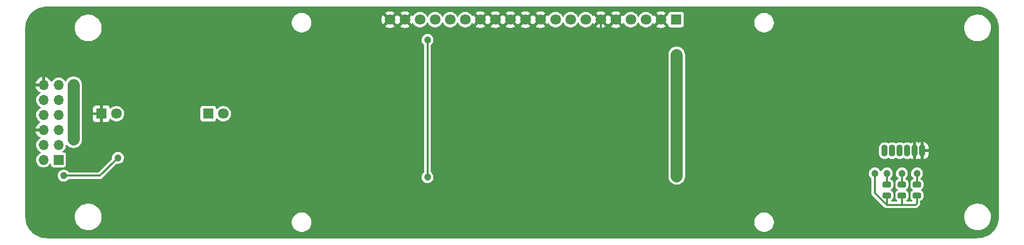
<source format=gbr>
G04 #@! TF.GenerationSoftware,KiCad,Pcbnew,(5.99.0-276-g47d7fea9b)*
G04 #@! TF.CreationDate,2019-10-29T18:49:48-07:00*
G04 #@! TF.ProjectId,frontpanel_pcb,66726f6e-7470-4616-9e65-6c5f7063622e,rev?*
G04 #@! TF.SameCoordinates,Original*
G04 #@! TF.FileFunction,Copper,L1,Top*
G04 #@! TF.FilePolarity,Positive*
%FSLAX46Y46*%
G04 Gerber Fmt 4.6, Leading zero omitted, Abs format (unit mm)*
G04 Created by KiCad (PCBNEW (5.99.0-276-g47d7fea9b)) date 2019-10-29 18:49:48*
%MOMM*%
%LPD*%
G04 APERTURE LIST*
%ADD10O,1.100000X2.000000*%
%ADD11C,1.800000*%
%ADD12R,1.800000X1.800000*%
%ADD13O,1.700000X1.700000*%
%ADD14R,1.700000X1.700000*%
%ADD15C,1.200000*%
%ADD16C,2.000000*%
%ADD17C,0.300000*%
G04 APERTURE END LIST*
D10*
X184330000Y-84780000D03*
X185600000Y-84780000D03*
X186870000Y-84780000D03*
X188140000Y-84780000D03*
X189410000Y-84780000D03*
X190680000Y-84780000D03*
D11*
X100870000Y-62600000D03*
X103410000Y-62600000D03*
X105950000Y-62600000D03*
X108490000Y-62600000D03*
X111030000Y-62600000D03*
X113570000Y-62600000D03*
X116110000Y-62600000D03*
X118650000Y-62600000D03*
X121190000Y-62600000D03*
X123730000Y-62600000D03*
X126270000Y-62600000D03*
X128810000Y-62600000D03*
X131350000Y-62600000D03*
X133890000Y-62600000D03*
X136430000Y-62600000D03*
X138970000Y-62600000D03*
X141510000Y-62600000D03*
X144050000Y-62600000D03*
X146590000Y-62600000D03*
D12*
X149130000Y-62600000D03*
G04 #@! TA.AperFunction,SMDPad,CuDef*
G36*
X190319529Y-91898554D02*
G01*
X190398607Y-91951393D01*
X190451446Y-92030471D01*
X190470000Y-92123750D01*
X190470000Y-92611250D01*
X190451446Y-92704529D01*
X190398607Y-92783607D01*
X190319529Y-92836446D01*
X190226250Y-92855000D01*
X189313750Y-92855000D01*
X189220471Y-92836446D01*
X189141393Y-92783607D01*
X189088554Y-92704529D01*
X189070000Y-92611250D01*
X189070000Y-92123750D01*
X189088554Y-92030471D01*
X189141393Y-91951393D01*
X189220471Y-91898554D01*
X189313750Y-91880000D01*
X190226250Y-91880000D01*
X190319529Y-91898554D01*
G37*
G04 #@! TD.AperFunction*
G04 #@! TA.AperFunction,SMDPad,CuDef*
G36*
X190319529Y-90023554D02*
G01*
X190398607Y-90076393D01*
X190451446Y-90155471D01*
X190470000Y-90248750D01*
X190470000Y-90736250D01*
X190451446Y-90829529D01*
X190398607Y-90908607D01*
X190319529Y-90961446D01*
X190226250Y-90980000D01*
X189313750Y-90980000D01*
X189220471Y-90961446D01*
X189141393Y-90908607D01*
X189088554Y-90829529D01*
X189070000Y-90736250D01*
X189070000Y-90248750D01*
X189088554Y-90155471D01*
X189141393Y-90076393D01*
X189220471Y-90023554D01*
X189313750Y-90005000D01*
X190226250Y-90005000D01*
X190319529Y-90023554D01*
G37*
G04 #@! TD.AperFunction*
G04 #@! TA.AperFunction,SMDPad,CuDef*
G36*
X187779529Y-91898554D02*
G01*
X187858607Y-91951393D01*
X187911446Y-92030471D01*
X187930000Y-92123750D01*
X187930000Y-92611250D01*
X187911446Y-92704529D01*
X187858607Y-92783607D01*
X187779529Y-92836446D01*
X187686250Y-92855000D01*
X186773750Y-92855000D01*
X186680471Y-92836446D01*
X186601393Y-92783607D01*
X186548554Y-92704529D01*
X186530000Y-92611250D01*
X186530000Y-92123750D01*
X186548554Y-92030471D01*
X186601393Y-91951393D01*
X186680471Y-91898554D01*
X186773750Y-91880000D01*
X187686250Y-91880000D01*
X187779529Y-91898554D01*
G37*
G04 #@! TD.AperFunction*
G04 #@! TA.AperFunction,SMDPad,CuDef*
G36*
X187779529Y-90023554D02*
G01*
X187858607Y-90076393D01*
X187911446Y-90155471D01*
X187930000Y-90248750D01*
X187930000Y-90736250D01*
X187911446Y-90829529D01*
X187858607Y-90908607D01*
X187779529Y-90961446D01*
X187686250Y-90980000D01*
X186773750Y-90980000D01*
X186680471Y-90961446D01*
X186601393Y-90908607D01*
X186548554Y-90829529D01*
X186530000Y-90736250D01*
X186530000Y-90248750D01*
X186548554Y-90155471D01*
X186601393Y-90076393D01*
X186680471Y-90023554D01*
X186773750Y-90005000D01*
X187686250Y-90005000D01*
X187779529Y-90023554D01*
G37*
G04 #@! TD.AperFunction*
G04 #@! TA.AperFunction,SMDPad,CuDef*
G36*
X185239529Y-90023554D02*
G01*
X185318607Y-90076393D01*
X185371446Y-90155471D01*
X185390000Y-90248750D01*
X185390000Y-90736250D01*
X185371446Y-90829529D01*
X185318607Y-90908607D01*
X185239529Y-90961446D01*
X185146250Y-90980000D01*
X184233750Y-90980000D01*
X184140471Y-90961446D01*
X184061393Y-90908607D01*
X184008554Y-90829529D01*
X183990000Y-90736250D01*
X183990000Y-90248750D01*
X184008554Y-90155471D01*
X184061393Y-90076393D01*
X184140471Y-90023554D01*
X184233750Y-90005000D01*
X185146250Y-90005000D01*
X185239529Y-90023554D01*
G37*
G04 #@! TD.AperFunction*
G04 #@! TA.AperFunction,SMDPad,CuDef*
G36*
X185239529Y-91898554D02*
G01*
X185318607Y-91951393D01*
X185371446Y-92030471D01*
X185390000Y-92123750D01*
X185390000Y-92611250D01*
X185371446Y-92704529D01*
X185318607Y-92783607D01*
X185239529Y-92836446D01*
X185146250Y-92855000D01*
X184233750Y-92855000D01*
X184140471Y-92836446D01*
X184061393Y-92783607D01*
X184008554Y-92704529D01*
X183990000Y-92611250D01*
X183990000Y-92123750D01*
X184008554Y-92030471D01*
X184061393Y-91951393D01*
X184140471Y-91898554D01*
X184233750Y-91880000D01*
X185146250Y-91880000D01*
X185239529Y-91898554D01*
G37*
G04 #@! TD.AperFunction*
D13*
X42450000Y-73650000D03*
X44990000Y-73650000D03*
X42450000Y-76190000D03*
X44990000Y-76190000D03*
X42450000Y-78730000D03*
X44990000Y-78730000D03*
X42450000Y-81270000D03*
X44990000Y-81270000D03*
X42450000Y-83810000D03*
X44990000Y-83810000D03*
X42450000Y-86350000D03*
D14*
X44990000Y-86350000D03*
D11*
X72770000Y-78530000D03*
D12*
X70230000Y-78530000D03*
D11*
X54770000Y-78530000D03*
D12*
X52230000Y-78530000D03*
D15*
X47530000Y-82921000D03*
X45879000Y-89017000D03*
X55000000Y-86000000D03*
X62008000Y-79111000D03*
X103410000Y-64760000D03*
X136430000Y-64633000D03*
X121190000Y-65141000D03*
X107220000Y-89271000D03*
X107220000Y-66030000D03*
X149257000Y-89144000D03*
X149257000Y-68570000D03*
X144050000Y-66030000D03*
X191421000Y-86858000D03*
X178213000Y-82159000D03*
X182658000Y-88636000D03*
X189770000Y-88636000D03*
X187230000Y-88636000D03*
X184690000Y-88636000D03*
X47530000Y-73650000D03*
D16*
X47530000Y-73650000D02*
X47530000Y-82921000D01*
D17*
X45879000Y-89017000D02*
X51983000Y-89017000D01*
X51983000Y-89017000D02*
X54400001Y-86599999D01*
X54400001Y-86599999D02*
X55000000Y-86000000D01*
X136430000Y-62600000D02*
X136430000Y-64633000D01*
X107220000Y-66030000D02*
X107220000Y-89271000D01*
D16*
X149257000Y-68570000D02*
X149257000Y-89144000D01*
D17*
X182658000Y-89484528D02*
X182658000Y-88636000D01*
X184690000Y-93970000D02*
X182658000Y-91938000D01*
X182658000Y-91938000D02*
X182658000Y-89484528D01*
X189770000Y-90492500D02*
X189770000Y-88636000D01*
X187230000Y-90492500D02*
X187230000Y-88636000D01*
X184690000Y-90492500D02*
X184690000Y-88636000D01*
X184690000Y-93970000D02*
X187230000Y-93970000D01*
X184690000Y-92367500D02*
X184690000Y-93970000D01*
X187230000Y-93970000D02*
X189516000Y-93970000D01*
X187230000Y-92855000D02*
X187230000Y-93970000D01*
X187230000Y-92367500D02*
X187230000Y-92855000D01*
X189516000Y-93970000D02*
X189770000Y-93716000D01*
X189770000Y-93716000D02*
X189770000Y-92367500D01*
G36*
X199980787Y-60385789D02*
G01*
X200358872Y-60404612D01*
X200714183Y-60458031D01*
X201062442Y-60546478D01*
X201400199Y-60669077D01*
X201724097Y-60824612D01*
X202030946Y-61011546D01*
X202317721Y-61228038D01*
X202581574Y-61471943D01*
X202819890Y-61740835D01*
X203030332Y-62032085D01*
X203210797Y-62342779D01*
X203359517Y-62669872D01*
X203475015Y-63010120D01*
X203556148Y-63360148D01*
X203602375Y-63718525D01*
X203614029Y-64015161D01*
X203619001Y-64039167D01*
X203619000Y-95945830D01*
X203614211Y-95980787D01*
X203595388Y-96358872D01*
X203541968Y-96714184D01*
X203453524Y-97062440D01*
X203330928Y-97400186D01*
X203175388Y-97724098D01*
X202988449Y-98030956D01*
X202771964Y-98317720D01*
X202528057Y-98581574D01*
X202259160Y-98819893D01*
X201967919Y-99030329D01*
X201657222Y-99210797D01*
X201330126Y-99359518D01*
X200989882Y-99475015D01*
X200639851Y-99556148D01*
X200281477Y-99602375D01*
X199984837Y-99614029D01*
X199960836Y-99619000D01*
X43054170Y-99619000D01*
X43019213Y-99614211D01*
X42641128Y-99595388D01*
X42285816Y-99541968D01*
X41937560Y-99453524D01*
X41599814Y-99330928D01*
X41275902Y-99175388D01*
X40969044Y-98988449D01*
X40682280Y-98771964D01*
X40418426Y-98528057D01*
X40180107Y-98259160D01*
X39969671Y-97967919D01*
X39789203Y-97657222D01*
X39640482Y-97330126D01*
X39524985Y-96989882D01*
X39443852Y-96639851D01*
X39397625Y-96281477D01*
X39385971Y-95984837D01*
X39381000Y-95960836D01*
X39381000Y-95944909D01*
X47745638Y-95944909D01*
X47758155Y-96243543D01*
X47810057Y-96537901D01*
X47900436Y-96822809D01*
X48027701Y-97093262D01*
X48189618Y-97344508D01*
X48383341Y-97572132D01*
X48605466Y-97772135D01*
X48852095Y-97941003D01*
X49118888Y-98075771D01*
X49401159Y-98174068D01*
X49693960Y-98234172D01*
X49992128Y-98255021D01*
X50290441Y-98236253D01*
X50583641Y-98178198D01*
X50866604Y-98081869D01*
X51134328Y-97948970D01*
X51382124Y-97781830D01*
X51605645Y-97583379D01*
X51800950Y-97357115D01*
X51964620Y-97107002D01*
X52093768Y-96837448D01*
X52115636Y-96770145D01*
X84350000Y-96770145D01*
X84350000Y-97029855D01*
X84390630Y-97286377D01*
X84470885Y-97533381D01*
X84588794Y-97764787D01*
X84741452Y-97974904D01*
X84925096Y-98158548D01*
X85135213Y-98311206D01*
X85366619Y-98429115D01*
X85613623Y-98509370D01*
X85870145Y-98550000D01*
X86129855Y-98550000D01*
X86386377Y-98509370D01*
X86633381Y-98429115D01*
X86864787Y-98311206D01*
X87074904Y-98158548D01*
X87258548Y-97974904D01*
X87411206Y-97764787D01*
X87529115Y-97533381D01*
X87609370Y-97286377D01*
X87650000Y-97029855D01*
X87650000Y-96770145D01*
X162350000Y-96770145D01*
X162350000Y-97029855D01*
X162390630Y-97286377D01*
X162470885Y-97533381D01*
X162588794Y-97764787D01*
X162741452Y-97974904D01*
X162925096Y-98158548D01*
X163135213Y-98311206D01*
X163366619Y-98429115D01*
X163613623Y-98509370D01*
X163870145Y-98550000D01*
X164129855Y-98550000D01*
X164386377Y-98509370D01*
X164633381Y-98429115D01*
X164864787Y-98311206D01*
X165074904Y-98158548D01*
X165258548Y-97974904D01*
X165411206Y-97764787D01*
X165529115Y-97533381D01*
X165609370Y-97286377D01*
X165650000Y-97029855D01*
X165650000Y-96770145D01*
X165609370Y-96513623D01*
X165529115Y-96266619D01*
X165411206Y-96035213D01*
X165345597Y-95944909D01*
X197745638Y-95944909D01*
X197758155Y-96243543D01*
X197810057Y-96537901D01*
X197900436Y-96822809D01*
X198027701Y-97093262D01*
X198189618Y-97344508D01*
X198383341Y-97572132D01*
X198605466Y-97772135D01*
X198852095Y-97941003D01*
X199118888Y-98075771D01*
X199401159Y-98174068D01*
X199693960Y-98234172D01*
X199992128Y-98255021D01*
X200290441Y-98236253D01*
X200583641Y-98178198D01*
X200866604Y-98081869D01*
X201134328Y-97948970D01*
X201382124Y-97781830D01*
X201605645Y-97583379D01*
X201800950Y-97357115D01*
X201964620Y-97107002D01*
X202093768Y-96837448D01*
X202186133Y-96553177D01*
X202240089Y-96259191D01*
X202250077Y-95850546D01*
X202210546Y-95554273D01*
X202132180Y-95265838D01*
X202016349Y-94990288D01*
X201865094Y-94732478D01*
X201681075Y-94496946D01*
X201467519Y-94287816D01*
X201228180Y-94108769D01*
X200967269Y-93962950D01*
X200689350Y-93852914D01*
X200399330Y-93780604D01*
X200102296Y-93747285D01*
X199803463Y-93753546D01*
X199508079Y-93799274D01*
X199221339Y-93883665D01*
X198948281Y-94005239D01*
X198693702Y-94161857D01*
X198462066Y-94350774D01*
X198257461Y-94568658D01*
X198083461Y-94811697D01*
X197943138Y-95075608D01*
X197838948Y-95355764D01*
X197772728Y-95647232D01*
X197745638Y-95944909D01*
X165345597Y-95944909D01*
X165258548Y-95825096D01*
X165074904Y-95641452D01*
X164864787Y-95488794D01*
X164633381Y-95370885D01*
X164386377Y-95290630D01*
X164129855Y-95250000D01*
X163870145Y-95250000D01*
X163613623Y-95290630D01*
X163366619Y-95370885D01*
X163135213Y-95488794D01*
X162925096Y-95641452D01*
X162741452Y-95825096D01*
X162588794Y-96035213D01*
X162470885Y-96266619D01*
X162390630Y-96513623D01*
X162350000Y-96770145D01*
X87650000Y-96770145D01*
X87609370Y-96513623D01*
X87529115Y-96266619D01*
X87411206Y-96035213D01*
X87258548Y-95825096D01*
X87074904Y-95641452D01*
X86864787Y-95488794D01*
X86633381Y-95370885D01*
X86386377Y-95290630D01*
X86129855Y-95250000D01*
X85870145Y-95250000D01*
X85613623Y-95290630D01*
X85366619Y-95370885D01*
X85135213Y-95488794D01*
X84925096Y-95641452D01*
X84741452Y-95825096D01*
X84588794Y-96035213D01*
X84470885Y-96266619D01*
X84390630Y-96513623D01*
X84350000Y-96770145D01*
X52115636Y-96770145D01*
X52186133Y-96553177D01*
X52240089Y-96259191D01*
X52250077Y-95850546D01*
X52210546Y-95554273D01*
X52132180Y-95265838D01*
X52016349Y-94990288D01*
X51865094Y-94732478D01*
X51681075Y-94496946D01*
X51467519Y-94287816D01*
X51228180Y-94108769D01*
X50967269Y-93962950D01*
X50689350Y-93852914D01*
X50399330Y-93780604D01*
X50102296Y-93747285D01*
X49803463Y-93753546D01*
X49508079Y-93799274D01*
X49221339Y-93883665D01*
X48948281Y-94005239D01*
X48693702Y-94161857D01*
X48462066Y-94350774D01*
X48257461Y-94568658D01*
X48083461Y-94811697D01*
X47943138Y-95075608D01*
X47838948Y-95355764D01*
X47772728Y-95647232D01*
X47745638Y-95944909D01*
X39381000Y-95944909D01*
X39381000Y-89127541D01*
X44877739Y-89127541D01*
X44933008Y-89363183D01*
X45042893Y-89578841D01*
X45201045Y-89762063D01*
X45398336Y-89902270D01*
X45623381Y-89991372D01*
X45863174Y-90024220D01*
X46103892Y-89998920D01*
X46331620Y-89916932D01*
X46533217Y-89782991D01*
X46731830Y-89567000D01*
X51924288Y-89567000D01*
X51956734Y-89573985D01*
X52015749Y-89567000D01*
X52028690Y-89567000D01*
X52060549Y-89561697D01*
X52138567Y-89552464D01*
X52147396Y-89547243D01*
X52163617Y-89544543D01*
X52324760Y-89457594D01*
X52380234Y-89397583D01*
X54796330Y-86981488D01*
X54984174Y-87007220D01*
X55224892Y-86981920D01*
X55452620Y-86899932D01*
X55654217Y-86765991D01*
X55818047Y-86587827D01*
X55934650Y-86375727D01*
X55997294Y-86141936D01*
X56000048Y-85878980D01*
X55942314Y-85643928D01*
X55830180Y-85429435D01*
X55670115Y-85247878D01*
X55471369Y-85109746D01*
X55245401Y-85023005D01*
X55005276Y-84992670D01*
X54764838Y-85020490D01*
X54537982Y-85104857D01*
X54337797Y-85240901D01*
X54175841Y-85420772D01*
X54061466Y-85634081D01*
X54001274Y-85868514D01*
X53998739Y-86110543D01*
X54020188Y-86201994D01*
X51755183Y-88467000D01*
X46727310Y-88467000D01*
X46549115Y-88264878D01*
X46350369Y-88126746D01*
X46124401Y-88040005D01*
X45884276Y-88009670D01*
X45643838Y-88037490D01*
X45416982Y-88121857D01*
X45216797Y-88257901D01*
X45054841Y-88437772D01*
X44940466Y-88651081D01*
X44880274Y-88885514D01*
X44877739Y-89127541D01*
X39381000Y-89127541D01*
X39381000Y-73900000D01*
X41123256Y-73900000D01*
X41141019Y-74000738D01*
X41221811Y-74222712D01*
X41339922Y-74427287D01*
X41491760Y-74608240D01*
X41672715Y-74760080D01*
X42037935Y-74970937D01*
X41685973Y-75194300D01*
X41521727Y-75345333D01*
X41386817Y-75523069D01*
X41285518Y-75721880D01*
X41221024Y-75935492D01*
X41195378Y-76157149D01*
X41209389Y-76379840D01*
X41262614Y-76596531D01*
X41353370Y-76800376D01*
X41478792Y-76984928D01*
X41634908Y-77144348D01*
X41816793Y-77273606D01*
X42012707Y-77365796D01*
X42007613Y-77560364D01*
X41874373Y-77614738D01*
X41685973Y-77734301D01*
X41521727Y-77885333D01*
X41386817Y-78063069D01*
X41285518Y-78261880D01*
X41221024Y-78475492D01*
X41195378Y-78697149D01*
X41209389Y-78919840D01*
X41262614Y-79136531D01*
X41353370Y-79340376D01*
X41478792Y-79524928D01*
X41634908Y-79684348D01*
X41816789Y-79813603D01*
X41891654Y-79848824D01*
X41899219Y-80029149D01*
X41672713Y-80159922D01*
X41491760Y-80311760D01*
X41339922Y-80492713D01*
X41221811Y-80697288D01*
X41141019Y-80919262D01*
X41123256Y-81020000D01*
X42700000Y-81020000D01*
X42700000Y-81520000D01*
X41123256Y-81520000D01*
X41141019Y-81620738D01*
X41221811Y-81842712D01*
X41339922Y-82047287D01*
X41491760Y-82228240D01*
X41672715Y-82380080D01*
X42037935Y-82590937D01*
X41685973Y-82814300D01*
X41521727Y-82965333D01*
X41386817Y-83143069D01*
X41285518Y-83341880D01*
X41221024Y-83555492D01*
X41195378Y-83777149D01*
X41209389Y-83999840D01*
X41262614Y-84216531D01*
X41353370Y-84420376D01*
X41478792Y-84604928D01*
X41634908Y-84764348D01*
X41816793Y-84893606D01*
X42012707Y-84985796D01*
X42007613Y-85180364D01*
X41874373Y-85234738D01*
X41685973Y-85354301D01*
X41521727Y-85505333D01*
X41386817Y-85683069D01*
X41285518Y-85881880D01*
X41221024Y-86095492D01*
X41195378Y-86317149D01*
X41209389Y-86539840D01*
X41262614Y-86756531D01*
X41353370Y-86960376D01*
X41478792Y-87144928D01*
X41634908Y-87304348D01*
X41816792Y-87433605D01*
X42018690Y-87528612D01*
X42234223Y-87586364D01*
X42456567Y-87605035D01*
X42678718Y-87584035D01*
X42893626Y-87524032D01*
X43094525Y-87426914D01*
X43275040Y-87295761D01*
X43429478Y-87134715D01*
X43520295Y-86998024D01*
X43732164Y-87061991D01*
X43732164Y-87199999D01*
X43763209Y-87356072D01*
X43851616Y-87488384D01*
X43983928Y-87576791D01*
X44140001Y-87607836D01*
X45839999Y-87607836D01*
X45996072Y-87576791D01*
X46128384Y-87488384D01*
X46216791Y-87356072D01*
X46247836Y-87199999D01*
X46247836Y-85500001D01*
X46216791Y-85343928D01*
X46128384Y-85211616D01*
X45996072Y-85123209D01*
X45839999Y-85092164D01*
X45702341Y-85092164D01*
X45635436Y-84886252D01*
X45815040Y-84755761D01*
X45969481Y-84594712D01*
X46092961Y-84408859D01*
X46181578Y-84204078D01*
X46232531Y-83986840D01*
X46235946Y-83856399D01*
X46425415Y-83786500D01*
X46588058Y-83967134D01*
X46826145Y-84140112D01*
X47094994Y-84259813D01*
X47382855Y-84320999D01*
X47677146Y-84320999D01*
X47965007Y-84259813D01*
X48233855Y-84140112D01*
X48471943Y-83967134D01*
X48668862Y-83748432D01*
X48816010Y-83493565D01*
X48906949Y-83213683D01*
X48930000Y-82994363D01*
X48930000Y-78780000D01*
X50822287Y-78780000D01*
X50822287Y-79430000D01*
X50890308Y-79683857D01*
X51003648Y-79818932D01*
X51156352Y-79907094D01*
X51329998Y-79937713D01*
X51980000Y-79937713D01*
X51980000Y-78780000D01*
X50822287Y-78780000D01*
X48930000Y-78780000D01*
X48930000Y-77629998D01*
X50822287Y-77629998D01*
X50822287Y-78280000D01*
X51980000Y-78280000D01*
X51980000Y-77122287D01*
X52480000Y-77122287D01*
X52480000Y-79937713D01*
X53130000Y-79937713D01*
X53383857Y-79869692D01*
X53518932Y-79756352D01*
X53607094Y-79603649D01*
X53661225Y-79296656D01*
X54021503Y-79598965D01*
X54218500Y-79712701D01*
X54432251Y-79790500D01*
X54656263Y-79829999D01*
X54883737Y-79829999D01*
X55107749Y-79790500D01*
X55321500Y-79712701D01*
X55518497Y-79598965D01*
X55692750Y-79452750D01*
X55838965Y-79278497D01*
X55952701Y-79081500D01*
X56030500Y-78867749D01*
X56069999Y-78643737D01*
X56069999Y-78416263D01*
X56030500Y-78192251D01*
X55952701Y-77978500D01*
X55838965Y-77781503D01*
X55711841Y-77630001D01*
X68922164Y-77630001D01*
X68922164Y-79429999D01*
X68953209Y-79586072D01*
X69041616Y-79718384D01*
X69173928Y-79806791D01*
X69330001Y-79837836D01*
X71129999Y-79837836D01*
X71286072Y-79806791D01*
X71418384Y-79718384D01*
X71506791Y-79586072D01*
X71551165Y-79362993D01*
X71732862Y-79316426D01*
X71847251Y-79452750D01*
X72021503Y-79598965D01*
X72218500Y-79712701D01*
X72432251Y-79790500D01*
X72656263Y-79829999D01*
X72883737Y-79829999D01*
X73107749Y-79790500D01*
X73321500Y-79712701D01*
X73518497Y-79598965D01*
X73692750Y-79452750D01*
X73838965Y-79278497D01*
X73952701Y-79081500D01*
X74030500Y-78867749D01*
X74069999Y-78643737D01*
X74069999Y-78416263D01*
X74030500Y-78192251D01*
X73952701Y-77978500D01*
X73838965Y-77781503D01*
X73692750Y-77607250D01*
X73518497Y-77461035D01*
X73321500Y-77347299D01*
X73107749Y-77269500D01*
X72883737Y-77230001D01*
X72656263Y-77230001D01*
X72432251Y-77269500D01*
X72218500Y-77347299D01*
X72021503Y-77461035D01*
X71847251Y-77607250D01*
X71732862Y-77743574D01*
X71551165Y-77697007D01*
X71506791Y-77473928D01*
X71418384Y-77341616D01*
X71286072Y-77253209D01*
X71129999Y-77222164D01*
X69330001Y-77222164D01*
X69173928Y-77253209D01*
X69041616Y-77341616D01*
X68953209Y-77473928D01*
X68922164Y-77630001D01*
X55711841Y-77630001D01*
X55692750Y-77607250D01*
X55518497Y-77461035D01*
X55321500Y-77347299D01*
X55107749Y-77269500D01*
X54883737Y-77230001D01*
X54656263Y-77230001D01*
X54432251Y-77269500D01*
X54218500Y-77347299D01*
X54021503Y-77461035D01*
X53671199Y-77754975D01*
X53569692Y-77376144D01*
X53456352Y-77241070D01*
X53303647Y-77152906D01*
X53130002Y-77122287D01*
X52480000Y-77122287D01*
X51980000Y-77122287D01*
X51330000Y-77122287D01*
X51076144Y-77190308D01*
X50941070Y-77303648D01*
X50852906Y-77456353D01*
X50822287Y-77629998D01*
X48930000Y-77629998D01*
X48930000Y-73576637D01*
X48906949Y-73357317D01*
X48816010Y-73077435D01*
X48668861Y-72822567D01*
X48471943Y-72603868D01*
X48233852Y-72430886D01*
X47965006Y-72311187D01*
X47677145Y-72250001D01*
X47382854Y-72250001D01*
X47094993Y-72311187D01*
X46826145Y-72430888D01*
X46588057Y-72603866D01*
X46391138Y-72822569D01*
X46174697Y-73197455D01*
X46009206Y-72917624D01*
X45863408Y-72748715D01*
X45689998Y-72608290D01*
X45494462Y-72500795D01*
X45282991Y-72429626D01*
X45062241Y-72397029D01*
X44839224Y-72404037D01*
X44620965Y-72450430D01*
X44414371Y-72534740D01*
X44225973Y-72654301D01*
X44061727Y-72805333D01*
X43926817Y-72983069D01*
X43869101Y-73096344D01*
X43691870Y-73100984D01*
X43560080Y-72872715D01*
X43408240Y-72691760D01*
X43227287Y-72539922D01*
X43022712Y-72421811D01*
X42800738Y-72341019D01*
X42700000Y-72323256D01*
X42700000Y-73900000D01*
X41123256Y-73900000D01*
X39381000Y-73900000D01*
X39381000Y-73400000D01*
X41123256Y-73400000D01*
X42200000Y-73400000D01*
X42200000Y-72323256D01*
X42099262Y-72341019D01*
X41877288Y-72421811D01*
X41672713Y-72539922D01*
X41491760Y-72691760D01*
X41339922Y-72872713D01*
X41221811Y-73077288D01*
X41141019Y-73299262D01*
X41123256Y-73400000D01*
X39381000Y-73400000D01*
X39381000Y-64054170D01*
X39385789Y-64019213D01*
X39389488Y-63944909D01*
X47745638Y-63944909D01*
X47758155Y-64243543D01*
X47810057Y-64537901D01*
X47900436Y-64822809D01*
X48027701Y-65093262D01*
X48189618Y-65344508D01*
X48383341Y-65572132D01*
X48605466Y-65772135D01*
X48852095Y-65941003D01*
X49118888Y-66075771D01*
X49401159Y-66174068D01*
X49693960Y-66234172D01*
X49992128Y-66255021D01*
X50290441Y-66236253D01*
X50583641Y-66178198D01*
X50694257Y-66140541D01*
X106218739Y-66140541D01*
X106274008Y-66376183D01*
X106383893Y-66591841D01*
X106542045Y-66775063D01*
X106670000Y-66865995D01*
X106670001Y-88435650D01*
X106557797Y-88511903D01*
X106395841Y-88691772D01*
X106281466Y-88905081D01*
X106221274Y-89139514D01*
X106218739Y-89381541D01*
X106274008Y-89617183D01*
X106383893Y-89832841D01*
X106542045Y-90016063D01*
X106739336Y-90156270D01*
X106964381Y-90245372D01*
X107204174Y-90278220D01*
X107444892Y-90252920D01*
X107672620Y-90170932D01*
X107874217Y-90036991D01*
X108038047Y-89858827D01*
X108154650Y-89646727D01*
X108217294Y-89412936D01*
X108220048Y-89149980D01*
X108162314Y-88914928D01*
X108050180Y-88700435D01*
X107890115Y-88518878D01*
X107770000Y-88435396D01*
X107770000Y-68496638D01*
X147857000Y-68496638D01*
X147857001Y-89217363D01*
X147880052Y-89436683D01*
X147970991Y-89716565D01*
X148118139Y-89971432D01*
X148315058Y-90190134D01*
X148553145Y-90363112D01*
X148821994Y-90482813D01*
X149109855Y-90543999D01*
X149404146Y-90543999D01*
X149692007Y-90482813D01*
X149960855Y-90363112D01*
X150198943Y-90190134D01*
X150395862Y-89971432D01*
X150543010Y-89716565D01*
X150633949Y-89436683D01*
X150657000Y-89217363D01*
X150657000Y-88746541D01*
X181656739Y-88746541D01*
X181712008Y-88982183D01*
X181821893Y-89197841D01*
X181980045Y-89381063D01*
X182108001Y-89471996D01*
X182108000Y-91879288D01*
X182101015Y-91911734D01*
X182108000Y-91970749D01*
X182108000Y-91983690D01*
X182113300Y-92015532D01*
X182122536Y-92093567D01*
X182127757Y-92102396D01*
X182130457Y-92118617D01*
X182217405Y-92279759D01*
X182277419Y-92335235D01*
X184244094Y-94301912D01*
X184249408Y-94311760D01*
X184265608Y-94326735D01*
X184277579Y-94345275D01*
X184324249Y-94382067D01*
X184333399Y-94391217D01*
X184342048Y-94397397D01*
X184383863Y-94436051D01*
X184404042Y-94444972D01*
X184421372Y-94458634D01*
X184431311Y-94461186D01*
X184444686Y-94470743D01*
X184499249Y-94487062D01*
X184551330Y-94510087D01*
X184586396Y-94513124D01*
X184620114Y-94523207D01*
X184677009Y-94520972D01*
X184733750Y-94525886D01*
X184757448Y-94520000D01*
X187205791Y-94520000D01*
X187273750Y-94525886D01*
X187297448Y-94520000D01*
X189457288Y-94520000D01*
X189489734Y-94526985D01*
X189548749Y-94520000D01*
X189561690Y-94520000D01*
X189593549Y-94514697D01*
X189671567Y-94505464D01*
X189680396Y-94500243D01*
X189696617Y-94497543D01*
X189857759Y-94410595D01*
X189913236Y-94350580D01*
X190117387Y-94146430D01*
X190145274Y-94128423D01*
X190182074Y-94081742D01*
X190191218Y-94072598D01*
X190209977Y-94046349D01*
X190258635Y-93984626D01*
X190261187Y-93974688D01*
X190270743Y-93961315D01*
X190323207Y-93785887D01*
X190320000Y-93704261D01*
X190320000Y-93241259D01*
X190461341Y-93214516D01*
X190629401Y-93117486D01*
X190761397Y-92975229D01*
X190845595Y-92800390D01*
X190874518Y-92608496D01*
X190874518Y-92126501D01*
X190829516Y-91888659D01*
X190732486Y-91720599D01*
X190590230Y-91588604D01*
X190457842Y-91524850D01*
X190451128Y-91345413D01*
X190629401Y-91242487D01*
X190761397Y-91100229D01*
X190845595Y-90925390D01*
X190874518Y-90733496D01*
X190874518Y-90251501D01*
X190829516Y-90013659D01*
X190732486Y-89845599D01*
X190590230Y-89713604D01*
X190276571Y-89562555D01*
X190588047Y-89223827D01*
X190704650Y-89011727D01*
X190767294Y-88777936D01*
X190770048Y-88514980D01*
X190712314Y-88279928D01*
X190600180Y-88065435D01*
X190440115Y-87883878D01*
X190241369Y-87745746D01*
X190015401Y-87659005D01*
X189775276Y-87628670D01*
X189534838Y-87656490D01*
X189307982Y-87740857D01*
X189107797Y-87876901D01*
X188945841Y-88056772D01*
X188831466Y-88270081D01*
X188771274Y-88504514D01*
X188768739Y-88746541D01*
X188824008Y-88982183D01*
X188933893Y-89197841D01*
X189092044Y-89381062D01*
X189291342Y-89522692D01*
X188910599Y-89742514D01*
X188778603Y-89884771D01*
X188694405Y-90059610D01*
X188665482Y-90251504D01*
X188665482Y-90733499D01*
X188710484Y-90971341D01*
X188807514Y-91139401D01*
X188949770Y-91271396D01*
X189082158Y-91335150D01*
X189088872Y-91514587D01*
X188910599Y-91617513D01*
X188778603Y-91759771D01*
X188694405Y-91934610D01*
X188665482Y-92126504D01*
X188665482Y-92608499D01*
X188710484Y-92846341D01*
X188807514Y-93014401D01*
X188949767Y-93146392D01*
X189036806Y-93188300D01*
X188983931Y-93420000D01*
X188007176Y-93420000D01*
X187947994Y-93199128D01*
X188089401Y-93117487D01*
X188221397Y-92975229D01*
X188305595Y-92800390D01*
X188334518Y-92608496D01*
X188334518Y-92126501D01*
X188289516Y-91888659D01*
X188192486Y-91720599D01*
X188050230Y-91588604D01*
X187917842Y-91524850D01*
X187911128Y-91345413D01*
X188089401Y-91242487D01*
X188221397Y-91100229D01*
X188305595Y-90925390D01*
X188334518Y-90733496D01*
X188334518Y-90251501D01*
X188289516Y-90013659D01*
X188192486Y-89845599D01*
X188050230Y-89713604D01*
X187736571Y-89562555D01*
X188048047Y-89223827D01*
X188164650Y-89011727D01*
X188227294Y-88777936D01*
X188230048Y-88514980D01*
X188172314Y-88279928D01*
X188060180Y-88065435D01*
X187900115Y-87883878D01*
X187701369Y-87745746D01*
X187475401Y-87659005D01*
X187235276Y-87628670D01*
X186994838Y-87656490D01*
X186767982Y-87740857D01*
X186567797Y-87876901D01*
X186405841Y-88056772D01*
X186291466Y-88270081D01*
X186231274Y-88504514D01*
X186228739Y-88746541D01*
X186284008Y-88982183D01*
X186393893Y-89197841D01*
X186552044Y-89381062D01*
X186751342Y-89522692D01*
X186370599Y-89742514D01*
X186238603Y-89884771D01*
X186154405Y-90059610D01*
X186125482Y-90251504D01*
X186125482Y-90733499D01*
X186170484Y-90971341D01*
X186267514Y-91139401D01*
X186409770Y-91271396D01*
X186542158Y-91335150D01*
X186548872Y-91514587D01*
X186370599Y-91617513D01*
X186238603Y-91759771D01*
X186154405Y-91934610D01*
X186125482Y-92126504D01*
X186125482Y-92608499D01*
X186170484Y-92846341D01*
X186267514Y-93014401D01*
X186409767Y-93146392D01*
X186496806Y-93188300D01*
X186443931Y-93420000D01*
X185467176Y-93420000D01*
X185407994Y-93199128D01*
X185549401Y-93117487D01*
X185681397Y-92975229D01*
X185765595Y-92800390D01*
X185794518Y-92608496D01*
X185794518Y-92126501D01*
X185749516Y-91888659D01*
X185652486Y-91720599D01*
X185510230Y-91588604D01*
X185377842Y-91524850D01*
X185371128Y-91345413D01*
X185549401Y-91242487D01*
X185681397Y-91100229D01*
X185765595Y-90925390D01*
X185794518Y-90733496D01*
X185794518Y-90251501D01*
X185749516Y-90013659D01*
X185652486Y-89845599D01*
X185510230Y-89713604D01*
X185196571Y-89562555D01*
X185508047Y-89223827D01*
X185624650Y-89011727D01*
X185687294Y-88777936D01*
X185690048Y-88514980D01*
X185632314Y-88279928D01*
X185520180Y-88065435D01*
X185360115Y-87883878D01*
X185161369Y-87745746D01*
X184935401Y-87659005D01*
X184695276Y-87628670D01*
X184454838Y-87656490D01*
X184227982Y-87740857D01*
X184027797Y-87876901D01*
X183865841Y-88056772D01*
X183762918Y-88248724D01*
X183583510Y-88247784D01*
X183488180Y-88065435D01*
X183328115Y-87883878D01*
X183129369Y-87745746D01*
X182903401Y-87659005D01*
X182663276Y-87628670D01*
X182422838Y-87656490D01*
X182195982Y-87740857D01*
X181995797Y-87876901D01*
X181833841Y-88056772D01*
X181719466Y-88270081D01*
X181659274Y-88504514D01*
X181656739Y-88746541D01*
X150657000Y-88746541D01*
X150657000Y-84298355D01*
X183380000Y-84298355D01*
X183380000Y-85278231D01*
X183394605Y-85422007D01*
X183452320Y-85606174D01*
X183545887Y-85774975D01*
X183671482Y-85921509D01*
X183823986Y-86039802D01*
X183997148Y-86125010D01*
X184183915Y-86173658D01*
X184376646Y-86183759D01*
X184567476Y-86154899D01*
X184748600Y-86088258D01*
X184975270Y-85947717D01*
X185093983Y-86039800D01*
X185267148Y-86125010D01*
X185453915Y-86173658D01*
X185646646Y-86183759D01*
X185837476Y-86154899D01*
X186018600Y-86088258D01*
X186245270Y-85947717D01*
X186363983Y-86039800D01*
X186537148Y-86125010D01*
X186723915Y-86173658D01*
X186916646Y-86183759D01*
X187107476Y-86154899D01*
X187288600Y-86088258D01*
X187515270Y-85947717D01*
X187633983Y-86039800D01*
X187807148Y-86125010D01*
X187993915Y-86173658D01*
X188186646Y-86183759D01*
X188377474Y-86154899D01*
X188558603Y-86088257D01*
X188696659Y-86002659D01*
X188820008Y-86104700D01*
X189001144Y-86202640D01*
X189160000Y-86251814D01*
X189160000Y-86251000D01*
X189660000Y-86251000D01*
X189805242Y-86208252D01*
X190047392Y-86081659D01*
X190271141Y-86202639D01*
X190430000Y-86251814D01*
X190430000Y-85030000D01*
X190930000Y-85030000D01*
X190930000Y-86251000D01*
X191075243Y-86208252D01*
X191257719Y-86112856D01*
X191418203Y-85983824D01*
X191550561Y-85826086D01*
X191649762Y-85645638D01*
X191712024Y-85449366D01*
X191730000Y-85278331D01*
X191730000Y-85030000D01*
X190930000Y-85030000D01*
X190430000Y-85030000D01*
X190430000Y-84530000D01*
X190930000Y-84530000D01*
X191730000Y-84530000D01*
X191730000Y-84278193D01*
X191714986Y-84125068D01*
X191655468Y-83927936D01*
X191558800Y-83746129D01*
X191428653Y-83586553D01*
X191269995Y-83455300D01*
X191088858Y-83357361D01*
X190930000Y-83308186D01*
X190930000Y-84530000D01*
X190430000Y-84530000D01*
X190430000Y-83309000D01*
X190284757Y-83351748D01*
X190042608Y-83478340D01*
X189818858Y-83357361D01*
X189660000Y-83308186D01*
X189660000Y-86251000D01*
X189160000Y-86251000D01*
X189160000Y-83309000D01*
X189014757Y-83351748D01*
X188832277Y-83447146D01*
X188705198Y-83549321D01*
X188472850Y-83434990D01*
X188286085Y-83386342D01*
X188093354Y-83376241D01*
X187902524Y-83405101D01*
X187721400Y-83471742D01*
X187494730Y-83612283D01*
X187376017Y-83520200D01*
X187202852Y-83434990D01*
X187016085Y-83386342D01*
X186823354Y-83376241D01*
X186632524Y-83405101D01*
X186451400Y-83471742D01*
X186224730Y-83612283D01*
X186106017Y-83520200D01*
X185932852Y-83434990D01*
X185746085Y-83386342D01*
X185553354Y-83376241D01*
X185362524Y-83405101D01*
X185181400Y-83471742D01*
X184954730Y-83612283D01*
X184836017Y-83520200D01*
X184662852Y-83434990D01*
X184476085Y-83386342D01*
X184283354Y-83376241D01*
X184092524Y-83405101D01*
X183911400Y-83471742D01*
X183747375Y-83573441D01*
X183607144Y-83706051D01*
X183496447Y-83864145D01*
X183419799Y-84041266D01*
X183380000Y-84298355D01*
X150657000Y-84298355D01*
X150657000Y-68496637D01*
X150633949Y-68277317D01*
X150543010Y-67997435D01*
X150395861Y-67742567D01*
X150198943Y-67523868D01*
X149960852Y-67350886D01*
X149692006Y-67231187D01*
X149404145Y-67170001D01*
X149109854Y-67170001D01*
X148821993Y-67231187D01*
X148553145Y-67350888D01*
X148315057Y-67523866D01*
X148118138Y-67742569D01*
X147970990Y-67997436D01*
X147880051Y-68277318D01*
X147857000Y-68496638D01*
X107770000Y-68496638D01*
X107770000Y-66865231D01*
X107874219Y-66795989D01*
X108038047Y-66617827D01*
X108154650Y-66405727D01*
X108217294Y-66171936D01*
X108220048Y-65908980D01*
X108162314Y-65673928D01*
X108050180Y-65459435D01*
X107890115Y-65277878D01*
X107691369Y-65139746D01*
X107465401Y-65053005D01*
X107225276Y-65022670D01*
X106984838Y-65050490D01*
X106757982Y-65134857D01*
X106557797Y-65270901D01*
X106395841Y-65450772D01*
X106281466Y-65664081D01*
X106221274Y-65898514D01*
X106218739Y-66140541D01*
X50694257Y-66140541D01*
X50866604Y-66081869D01*
X51134328Y-65948970D01*
X51382124Y-65781830D01*
X51605645Y-65583379D01*
X51800950Y-65357115D01*
X51964620Y-65107002D01*
X52093768Y-64837448D01*
X52186133Y-64553177D01*
X52240089Y-64259191D01*
X52250077Y-63850546D01*
X52210546Y-63554273D01*
X52132180Y-63265838D01*
X52016349Y-62990288D01*
X52004532Y-62970145D01*
X84350000Y-62970145D01*
X84350000Y-63229855D01*
X84390630Y-63486377D01*
X84470885Y-63733381D01*
X84588794Y-63964787D01*
X84741452Y-64174904D01*
X84925096Y-64358548D01*
X85135213Y-64511206D01*
X85366619Y-64629115D01*
X85613623Y-64709370D01*
X85870145Y-64750000D01*
X86129855Y-64750000D01*
X86386377Y-64709370D01*
X86633381Y-64629115D01*
X86864787Y-64511206D01*
X87074904Y-64358548D01*
X87258548Y-64174904D01*
X87411206Y-63964787D01*
X87519722Y-63751815D01*
X100071738Y-63751815D01*
X100117133Y-63786333D01*
X100327778Y-63896223D01*
X100553927Y-63969049D01*
X100789116Y-64002730D01*
X101026622Y-63996305D01*
X101259646Y-63949952D01*
X101481526Y-63865003D01*
X101669852Y-63753405D01*
X101668262Y-63751815D01*
X102611738Y-63751815D01*
X102657133Y-63786333D01*
X102867778Y-63896223D01*
X103093927Y-63969049D01*
X103329116Y-64002730D01*
X103566622Y-63996305D01*
X103799646Y-63949952D01*
X104021526Y-63865003D01*
X104209852Y-63753405D01*
X103410000Y-62953553D01*
X102611738Y-63751815D01*
X101668262Y-63751815D01*
X100870000Y-62953553D01*
X100071738Y-63751815D01*
X87519722Y-63751815D01*
X87529115Y-63733381D01*
X87609370Y-63486377D01*
X87650000Y-63229855D01*
X87650000Y-62970145D01*
X87609370Y-62713623D01*
X87567672Y-62585286D01*
X99465016Y-62585286D01*
X99482623Y-62822217D01*
X99539901Y-63052805D01*
X99635209Y-63270440D01*
X99718876Y-63397570D01*
X100516447Y-62600000D01*
X101223553Y-62600000D01*
X102023941Y-63400388D01*
X102135190Y-63209628D01*
X102258877Y-63397569D01*
X103056447Y-62600000D01*
X103763553Y-62600000D01*
X104563941Y-63400388D01*
X104738339Y-63101343D01*
X104881034Y-63348495D01*
X105027250Y-63522750D01*
X105201503Y-63668965D01*
X105398500Y-63782701D01*
X105612251Y-63860500D01*
X105836263Y-63899999D01*
X106063737Y-63899999D01*
X106287749Y-63860500D01*
X106501500Y-63782701D01*
X106698497Y-63668965D01*
X106872750Y-63522750D01*
X107018965Y-63348497D01*
X107220000Y-63000297D01*
X107421035Y-63348497D01*
X107567250Y-63522750D01*
X107741503Y-63668965D01*
X107938500Y-63782701D01*
X108152251Y-63860500D01*
X108376263Y-63899999D01*
X108603737Y-63899999D01*
X108827749Y-63860500D01*
X109041500Y-63782701D01*
X109238497Y-63668965D01*
X109412750Y-63522750D01*
X109558965Y-63348497D01*
X109760000Y-63000297D01*
X109961035Y-63348497D01*
X110107250Y-63522750D01*
X110281503Y-63668965D01*
X110478500Y-63782701D01*
X110692251Y-63860500D01*
X110916263Y-63899999D01*
X111143737Y-63899999D01*
X111367749Y-63860500D01*
X111581500Y-63782701D01*
X111778497Y-63668965D01*
X111952750Y-63522750D01*
X112098965Y-63348497D01*
X112300000Y-63000297D01*
X112501035Y-63348497D01*
X112647250Y-63522750D01*
X112821503Y-63668965D01*
X113018500Y-63782701D01*
X113232251Y-63860500D01*
X113456263Y-63899999D01*
X113683737Y-63899999D01*
X113907749Y-63860500D01*
X114121500Y-63782701D01*
X114174996Y-63751815D01*
X115311738Y-63751815D01*
X115357133Y-63786333D01*
X115567778Y-63896223D01*
X115793927Y-63969049D01*
X116029116Y-64002730D01*
X116266622Y-63996305D01*
X116499646Y-63949952D01*
X116721526Y-63865003D01*
X116909852Y-63753405D01*
X116908262Y-63751815D01*
X117851738Y-63751815D01*
X117897133Y-63786333D01*
X118107778Y-63896223D01*
X118333927Y-63969049D01*
X118569116Y-64002730D01*
X118806622Y-63996305D01*
X119039646Y-63949952D01*
X119261526Y-63865003D01*
X119449852Y-63753405D01*
X119448262Y-63751815D01*
X120391738Y-63751815D01*
X120437133Y-63786333D01*
X120647778Y-63896223D01*
X120873927Y-63969049D01*
X121109116Y-64002730D01*
X121346622Y-63996305D01*
X121579646Y-63949952D01*
X121801526Y-63865003D01*
X121989852Y-63753405D01*
X121988262Y-63751815D01*
X122931738Y-63751815D01*
X122977133Y-63786333D01*
X123187778Y-63896223D01*
X123413927Y-63969049D01*
X123649116Y-64002730D01*
X123886622Y-63996305D01*
X124119646Y-63949952D01*
X124341526Y-63865003D01*
X124529852Y-63753405D01*
X124528262Y-63751815D01*
X125471738Y-63751815D01*
X125517133Y-63786333D01*
X125727778Y-63896223D01*
X125953927Y-63969049D01*
X126189116Y-64002730D01*
X126426622Y-63996305D01*
X126659646Y-63949952D01*
X126881526Y-63865003D01*
X127069852Y-63753405D01*
X126270000Y-62953553D01*
X125471738Y-63751815D01*
X124528262Y-63751815D01*
X123730000Y-62953553D01*
X122931738Y-63751815D01*
X121988262Y-63751815D01*
X121190000Y-62953553D01*
X120391738Y-63751815D01*
X119448262Y-63751815D01*
X118650000Y-62953553D01*
X117851738Y-63751815D01*
X116908262Y-63751815D01*
X116110000Y-62953553D01*
X115311738Y-63751815D01*
X114174996Y-63751815D01*
X114318497Y-63668965D01*
X114492750Y-63522750D01*
X114638964Y-63348497D01*
X114773371Y-63115697D01*
X114958876Y-63397570D01*
X115756447Y-62600000D01*
X116463553Y-62600000D01*
X117263941Y-63400388D01*
X117375190Y-63209628D01*
X117498877Y-63397569D01*
X118296447Y-62600000D01*
X119003553Y-62600000D01*
X119803941Y-63400388D01*
X119915190Y-63209628D01*
X120038877Y-63397569D01*
X120836447Y-62600000D01*
X121543553Y-62600000D01*
X122343941Y-63400388D01*
X122455190Y-63209628D01*
X122578877Y-63397569D01*
X123376447Y-62600000D01*
X124083553Y-62600000D01*
X124883941Y-63400388D01*
X124995190Y-63209628D01*
X125118877Y-63397569D01*
X125916447Y-62600000D01*
X126623553Y-62600000D01*
X127423941Y-63400388D01*
X127598339Y-63101343D01*
X127741034Y-63348495D01*
X127887250Y-63522750D01*
X128061503Y-63668965D01*
X128258500Y-63782701D01*
X128472251Y-63860500D01*
X128696263Y-63899999D01*
X128923737Y-63899999D01*
X129147749Y-63860500D01*
X129361500Y-63782701D01*
X129558497Y-63668965D01*
X129732750Y-63522750D01*
X129878965Y-63348497D01*
X130080000Y-63000297D01*
X130281035Y-63348497D01*
X130427250Y-63522750D01*
X130601503Y-63668965D01*
X130798500Y-63782701D01*
X131012251Y-63860500D01*
X131236263Y-63899999D01*
X131463737Y-63899999D01*
X131687749Y-63860500D01*
X131901500Y-63782701D01*
X132098497Y-63668965D01*
X132272750Y-63522750D01*
X132418965Y-63348497D01*
X132620000Y-63000297D01*
X132821035Y-63348497D01*
X132967250Y-63522750D01*
X133141503Y-63668965D01*
X133338500Y-63782701D01*
X133552251Y-63860500D01*
X133776263Y-63899999D01*
X134003737Y-63899999D01*
X134227749Y-63860500D01*
X134441500Y-63782701D01*
X134494996Y-63751815D01*
X135631738Y-63751815D01*
X135677133Y-63786333D01*
X135887778Y-63896223D01*
X136113927Y-63969049D01*
X136349116Y-64002730D01*
X136586622Y-63996305D01*
X136819646Y-63949952D01*
X137041526Y-63865003D01*
X137229852Y-63753405D01*
X137228262Y-63751815D01*
X138171738Y-63751815D01*
X138217133Y-63786333D01*
X138427778Y-63896223D01*
X138653927Y-63969049D01*
X138889116Y-64002730D01*
X139126622Y-63996305D01*
X139359646Y-63949952D01*
X139581526Y-63865003D01*
X139769852Y-63753405D01*
X138970000Y-62953553D01*
X138171738Y-63751815D01*
X137228262Y-63751815D01*
X136430000Y-62953553D01*
X135631738Y-63751815D01*
X134494996Y-63751815D01*
X134638497Y-63668965D01*
X134812750Y-63522750D01*
X134958964Y-63348497D01*
X135093371Y-63115697D01*
X135278876Y-63397570D01*
X136076447Y-62600000D01*
X136783553Y-62600000D01*
X137583941Y-63400388D01*
X137695190Y-63209628D01*
X137818877Y-63397569D01*
X138616447Y-62600000D01*
X139323553Y-62600000D01*
X140123941Y-63400388D01*
X140298339Y-63101343D01*
X140441034Y-63348495D01*
X140587250Y-63522750D01*
X140761503Y-63668965D01*
X140958500Y-63782701D01*
X141172251Y-63860500D01*
X141396263Y-63899999D01*
X141623737Y-63899999D01*
X141847749Y-63860500D01*
X142061500Y-63782701D01*
X142258497Y-63668965D01*
X142432750Y-63522750D01*
X142578965Y-63348497D01*
X142780000Y-63000297D01*
X142981035Y-63348497D01*
X143127250Y-63522750D01*
X143301503Y-63668965D01*
X143498500Y-63782701D01*
X143712251Y-63860500D01*
X143936263Y-63899999D01*
X144163737Y-63899999D01*
X144387749Y-63860500D01*
X144601500Y-63782701D01*
X144654996Y-63751815D01*
X145791738Y-63751815D01*
X145837133Y-63786333D01*
X146047778Y-63896223D01*
X146273927Y-63969049D01*
X146509116Y-64002730D01*
X146746622Y-63996305D01*
X146979646Y-63949952D01*
X147201526Y-63865003D01*
X147389852Y-63753405D01*
X146590000Y-62953553D01*
X145791738Y-63751815D01*
X144654996Y-63751815D01*
X144798497Y-63668965D01*
X144972750Y-63522750D01*
X145118964Y-63348497D01*
X145253371Y-63115697D01*
X145438876Y-63397570D01*
X146236447Y-62600000D01*
X146943553Y-62600000D01*
X147816853Y-63473300D01*
X147853209Y-63656072D01*
X147941616Y-63788384D01*
X148073928Y-63876791D01*
X148230001Y-63907836D01*
X150029999Y-63907836D01*
X150186072Y-63876791D01*
X150318384Y-63788384D01*
X150406791Y-63656072D01*
X150437836Y-63499999D01*
X150437836Y-62970145D01*
X162350000Y-62970145D01*
X162350000Y-63229855D01*
X162390630Y-63486377D01*
X162470885Y-63733381D01*
X162588794Y-63964787D01*
X162741452Y-64174904D01*
X162925096Y-64358548D01*
X163135213Y-64511206D01*
X163366619Y-64629115D01*
X163613623Y-64709370D01*
X163870145Y-64750000D01*
X164129855Y-64750000D01*
X164386377Y-64709370D01*
X164633381Y-64629115D01*
X164864787Y-64511206D01*
X165074904Y-64358548D01*
X165258548Y-64174904D01*
X165411206Y-63964787D01*
X165421334Y-63944909D01*
X197745638Y-63944909D01*
X197758155Y-64243543D01*
X197810057Y-64537901D01*
X197900436Y-64822809D01*
X198027701Y-65093262D01*
X198189618Y-65344508D01*
X198383341Y-65572132D01*
X198605466Y-65772135D01*
X198852095Y-65941003D01*
X199118888Y-66075771D01*
X199401159Y-66174068D01*
X199693960Y-66234172D01*
X199992128Y-66255021D01*
X200290441Y-66236253D01*
X200583641Y-66178198D01*
X200866604Y-66081869D01*
X201134328Y-65948970D01*
X201382124Y-65781830D01*
X201605645Y-65583379D01*
X201800950Y-65357115D01*
X201964620Y-65107002D01*
X202093768Y-64837448D01*
X202186133Y-64553177D01*
X202240089Y-64259191D01*
X202250077Y-63850546D01*
X202210546Y-63554273D01*
X202132180Y-63265838D01*
X202016349Y-62990288D01*
X201865094Y-62732478D01*
X201681075Y-62496946D01*
X201467519Y-62287816D01*
X201228180Y-62108769D01*
X200967269Y-61962950D01*
X200689350Y-61852914D01*
X200399330Y-61780604D01*
X200102296Y-61747285D01*
X199803463Y-61753546D01*
X199508079Y-61799274D01*
X199221339Y-61883665D01*
X198948281Y-62005239D01*
X198693702Y-62161857D01*
X198462066Y-62350774D01*
X198257461Y-62568658D01*
X198083461Y-62811697D01*
X197943138Y-63075608D01*
X197838948Y-63355764D01*
X197772728Y-63647232D01*
X197745638Y-63944909D01*
X165421334Y-63944909D01*
X165529115Y-63733381D01*
X165609370Y-63486377D01*
X165650000Y-63229855D01*
X165650000Y-62970145D01*
X165609370Y-62713623D01*
X165529115Y-62466619D01*
X165411206Y-62235213D01*
X165258548Y-62025096D01*
X165074904Y-61841452D01*
X164864787Y-61688794D01*
X164633381Y-61570885D01*
X164386377Y-61490630D01*
X164129855Y-61450000D01*
X163870145Y-61450000D01*
X163613623Y-61490630D01*
X163366619Y-61570885D01*
X163135213Y-61688794D01*
X162925096Y-61841452D01*
X162741452Y-62025096D01*
X162588794Y-62235213D01*
X162470885Y-62466619D01*
X162390630Y-62713623D01*
X162350000Y-62970145D01*
X150437836Y-62970145D01*
X150437836Y-61700001D01*
X150406791Y-61543928D01*
X150318384Y-61411616D01*
X150186072Y-61323209D01*
X150029999Y-61292164D01*
X148230001Y-61292164D01*
X148073928Y-61323209D01*
X147941616Y-61411616D01*
X147853209Y-61543928D01*
X147816853Y-61726700D01*
X146943553Y-62600000D01*
X146236447Y-62600000D01*
X145439160Y-61802714D01*
X145249676Y-62077898D01*
X145118966Y-61851505D01*
X144972750Y-61677250D01*
X144798497Y-61531035D01*
X144656220Y-61448891D01*
X145792444Y-61448891D01*
X146590000Y-62246447D01*
X147388553Y-61447894D01*
X147227882Y-61348081D01*
X147007827Y-61258502D01*
X146775828Y-61207281D01*
X146538515Y-61195883D01*
X146302673Y-61224632D01*
X146075043Y-61292708D01*
X145862139Y-61398162D01*
X145792444Y-61448891D01*
X144656220Y-61448891D01*
X144601500Y-61417299D01*
X144387749Y-61339500D01*
X144163737Y-61300001D01*
X143936263Y-61300001D01*
X143712251Y-61339500D01*
X143498500Y-61417299D01*
X143301503Y-61531035D01*
X143127250Y-61677250D01*
X142981035Y-61851503D01*
X142780000Y-62199703D01*
X142578965Y-61851503D01*
X142432750Y-61677250D01*
X142258497Y-61531035D01*
X142061500Y-61417299D01*
X141847749Y-61339500D01*
X141623737Y-61300001D01*
X141396263Y-61300001D01*
X141172251Y-61339500D01*
X140958500Y-61417299D01*
X140761503Y-61531035D01*
X140587250Y-61677250D01*
X140441034Y-61851504D01*
X140383756Y-61950715D01*
X140210060Y-61949275D01*
X140136219Y-61816335D01*
X140123306Y-61800247D01*
X139323553Y-62600000D01*
X138616447Y-62600000D01*
X137819159Y-61802713D01*
X137711166Y-61959549D01*
X137583306Y-61800247D01*
X136783553Y-62600000D01*
X136076447Y-62600000D01*
X135279160Y-61802714D01*
X135089676Y-62077898D01*
X134958966Y-61851505D01*
X134812750Y-61677250D01*
X134638497Y-61531035D01*
X134496220Y-61448891D01*
X135632444Y-61448891D01*
X136430000Y-62246447D01*
X137227556Y-61448891D01*
X138172444Y-61448891D01*
X138970000Y-62246447D01*
X139768553Y-61447894D01*
X139607882Y-61348081D01*
X139387827Y-61258502D01*
X139155828Y-61207281D01*
X138918515Y-61195883D01*
X138682673Y-61224632D01*
X138455043Y-61292708D01*
X138242139Y-61398162D01*
X138172444Y-61448891D01*
X137227556Y-61448891D01*
X137228553Y-61447894D01*
X137067882Y-61348081D01*
X136847827Y-61258502D01*
X136615828Y-61207281D01*
X136378515Y-61195883D01*
X136142673Y-61224632D01*
X135915043Y-61292708D01*
X135702139Y-61398162D01*
X135632444Y-61448891D01*
X134496220Y-61448891D01*
X134441500Y-61417299D01*
X134227749Y-61339500D01*
X134003737Y-61300001D01*
X133776263Y-61300001D01*
X133552251Y-61339500D01*
X133338500Y-61417299D01*
X133141503Y-61531035D01*
X132967250Y-61677250D01*
X132821035Y-61851503D01*
X132620000Y-62199703D01*
X132418965Y-61851503D01*
X132272750Y-61677250D01*
X132098497Y-61531035D01*
X131901500Y-61417299D01*
X131687749Y-61339500D01*
X131463737Y-61300001D01*
X131236263Y-61300001D01*
X131012251Y-61339500D01*
X130798500Y-61417299D01*
X130601503Y-61531035D01*
X130427250Y-61677250D01*
X130281035Y-61851503D01*
X130080000Y-62199703D01*
X129878965Y-61851503D01*
X129732750Y-61677250D01*
X129558497Y-61531035D01*
X129361500Y-61417299D01*
X129147749Y-61339500D01*
X128923737Y-61300001D01*
X128696263Y-61300001D01*
X128472251Y-61339500D01*
X128258500Y-61417299D01*
X128061503Y-61531035D01*
X127887250Y-61677250D01*
X127741034Y-61851504D01*
X127683756Y-61950715D01*
X127510060Y-61949275D01*
X127436219Y-61816335D01*
X127423306Y-61800247D01*
X126623553Y-62600000D01*
X125916447Y-62600000D01*
X125119159Y-61802713D01*
X125011166Y-61959549D01*
X124883306Y-61800247D01*
X124083553Y-62600000D01*
X123376447Y-62600000D01*
X122579159Y-61802713D01*
X122471166Y-61959549D01*
X122343306Y-61800247D01*
X121543553Y-62600000D01*
X120836447Y-62600000D01*
X120039159Y-61802713D01*
X119931166Y-61959549D01*
X119803306Y-61800247D01*
X119003553Y-62600000D01*
X118296447Y-62600000D01*
X117499159Y-61802713D01*
X117391166Y-61959549D01*
X117263306Y-61800247D01*
X116463553Y-62600000D01*
X115756447Y-62600000D01*
X114959160Y-61802714D01*
X114769676Y-62077898D01*
X114638966Y-61851505D01*
X114492750Y-61677250D01*
X114318497Y-61531035D01*
X114176220Y-61448891D01*
X115312444Y-61448891D01*
X116110000Y-62246447D01*
X116907556Y-61448891D01*
X117852444Y-61448891D01*
X118650000Y-62246447D01*
X119447556Y-61448891D01*
X120392444Y-61448891D01*
X121190000Y-62246447D01*
X121987556Y-61448891D01*
X122932444Y-61448891D01*
X123730000Y-62246447D01*
X124527556Y-61448891D01*
X125472444Y-61448891D01*
X126270000Y-62246447D01*
X127068553Y-61447894D01*
X126907882Y-61348081D01*
X126687827Y-61258502D01*
X126455828Y-61207281D01*
X126218515Y-61195883D01*
X125982673Y-61224632D01*
X125755043Y-61292708D01*
X125542139Y-61398162D01*
X125472444Y-61448891D01*
X124527556Y-61448891D01*
X124528553Y-61447894D01*
X124367882Y-61348081D01*
X124147827Y-61258502D01*
X123915828Y-61207281D01*
X123678515Y-61195883D01*
X123442673Y-61224632D01*
X123215043Y-61292708D01*
X123002139Y-61398162D01*
X122932444Y-61448891D01*
X121987556Y-61448891D01*
X121988553Y-61447894D01*
X121827882Y-61348081D01*
X121607827Y-61258502D01*
X121375828Y-61207281D01*
X121138515Y-61195883D01*
X120902673Y-61224632D01*
X120675043Y-61292708D01*
X120462139Y-61398162D01*
X120392444Y-61448891D01*
X119447556Y-61448891D01*
X119448553Y-61447894D01*
X119287882Y-61348081D01*
X119067827Y-61258502D01*
X118835828Y-61207281D01*
X118598515Y-61195883D01*
X118362673Y-61224632D01*
X118135043Y-61292708D01*
X117922139Y-61398162D01*
X117852444Y-61448891D01*
X116907556Y-61448891D01*
X116908553Y-61447894D01*
X116747882Y-61348081D01*
X116527827Y-61258502D01*
X116295828Y-61207281D01*
X116058515Y-61195883D01*
X115822673Y-61224632D01*
X115595043Y-61292708D01*
X115382139Y-61398162D01*
X115312444Y-61448891D01*
X114176220Y-61448891D01*
X114121500Y-61417299D01*
X113907749Y-61339500D01*
X113683737Y-61300001D01*
X113456263Y-61300001D01*
X113232251Y-61339500D01*
X113018500Y-61417299D01*
X112821503Y-61531035D01*
X112647250Y-61677250D01*
X112501035Y-61851503D01*
X112300000Y-62199703D01*
X112098965Y-61851503D01*
X111952750Y-61677250D01*
X111778497Y-61531035D01*
X111581500Y-61417299D01*
X111367749Y-61339500D01*
X111143737Y-61300001D01*
X110916263Y-61300001D01*
X110692251Y-61339500D01*
X110478500Y-61417299D01*
X110281503Y-61531035D01*
X110107250Y-61677250D01*
X109961035Y-61851503D01*
X109760000Y-62199703D01*
X109558965Y-61851503D01*
X109412750Y-61677250D01*
X109238497Y-61531035D01*
X109041500Y-61417299D01*
X108827749Y-61339500D01*
X108603737Y-61300001D01*
X108376263Y-61300001D01*
X108152251Y-61339500D01*
X107938500Y-61417299D01*
X107741503Y-61531035D01*
X107567250Y-61677250D01*
X107421035Y-61851503D01*
X107220000Y-62199703D01*
X107018965Y-61851503D01*
X106872750Y-61677250D01*
X106698497Y-61531035D01*
X106501500Y-61417299D01*
X106287749Y-61339500D01*
X106063737Y-61300001D01*
X105836263Y-61300001D01*
X105612251Y-61339500D01*
X105398500Y-61417299D01*
X105201503Y-61531035D01*
X105027250Y-61677250D01*
X104881034Y-61851504D01*
X104823756Y-61950715D01*
X104650060Y-61949275D01*
X104576219Y-61816335D01*
X104563306Y-61800247D01*
X103763553Y-62600000D01*
X103056447Y-62600000D01*
X102259159Y-61802713D01*
X102151166Y-61959549D01*
X102023306Y-61800247D01*
X101223553Y-62600000D01*
X100516447Y-62600000D01*
X99719160Y-61802714D01*
X99649519Y-61903852D01*
X99549675Y-62119441D01*
X99487581Y-62348772D01*
X99465016Y-62585286D01*
X87567672Y-62585286D01*
X87529115Y-62466619D01*
X87411206Y-62235213D01*
X87258548Y-62025096D01*
X87074904Y-61841452D01*
X86864787Y-61688794D01*
X86633381Y-61570885D01*
X86386377Y-61490630D01*
X86129855Y-61450000D01*
X85870145Y-61450000D01*
X85613623Y-61490630D01*
X85366619Y-61570885D01*
X85135213Y-61688794D01*
X84925096Y-61841452D01*
X84741452Y-62025096D01*
X84588794Y-62235213D01*
X84470885Y-62466619D01*
X84390630Y-62713623D01*
X84350000Y-62970145D01*
X52004532Y-62970145D01*
X51865094Y-62732478D01*
X51681075Y-62496946D01*
X51467519Y-62287816D01*
X51228180Y-62108769D01*
X50967269Y-61962950D01*
X50689350Y-61852914D01*
X50399330Y-61780604D01*
X50102296Y-61747285D01*
X49803463Y-61753546D01*
X49508079Y-61799274D01*
X49221339Y-61883665D01*
X48948281Y-62005239D01*
X48693702Y-62161857D01*
X48462066Y-62350774D01*
X48257461Y-62568658D01*
X48083461Y-62811697D01*
X47943138Y-63075608D01*
X47838948Y-63355764D01*
X47772728Y-63647232D01*
X47745638Y-63944909D01*
X39389488Y-63944909D01*
X39404612Y-63641128D01*
X39458031Y-63285817D01*
X39546478Y-62937558D01*
X39669077Y-62599801D01*
X39824612Y-62275903D01*
X40011546Y-61969054D01*
X40228038Y-61682279D01*
X40443781Y-61448891D01*
X100072444Y-61448891D01*
X100870000Y-62246447D01*
X101667556Y-61448891D01*
X102612444Y-61448891D01*
X103410000Y-62246447D01*
X104208553Y-61447894D01*
X104047882Y-61348081D01*
X103827827Y-61258502D01*
X103595828Y-61207281D01*
X103358515Y-61195883D01*
X103122673Y-61224632D01*
X102895043Y-61292708D01*
X102682139Y-61398162D01*
X102612444Y-61448891D01*
X101667556Y-61448891D01*
X101668553Y-61447894D01*
X101507882Y-61348081D01*
X101287827Y-61258502D01*
X101055828Y-61207281D01*
X100818515Y-61195883D01*
X100582673Y-61224632D01*
X100355043Y-61292708D01*
X100142139Y-61398162D01*
X100072444Y-61448891D01*
X40443781Y-61448891D01*
X40471943Y-61418426D01*
X40740835Y-61180110D01*
X41032085Y-60969668D01*
X41342779Y-60789203D01*
X41669872Y-60640483D01*
X42010120Y-60524985D01*
X42360148Y-60443852D01*
X42718525Y-60397625D01*
X43015163Y-60385971D01*
X43039164Y-60381000D01*
X199945830Y-60381000D01*
X199980787Y-60385789D01*
G37*
M02*

</source>
